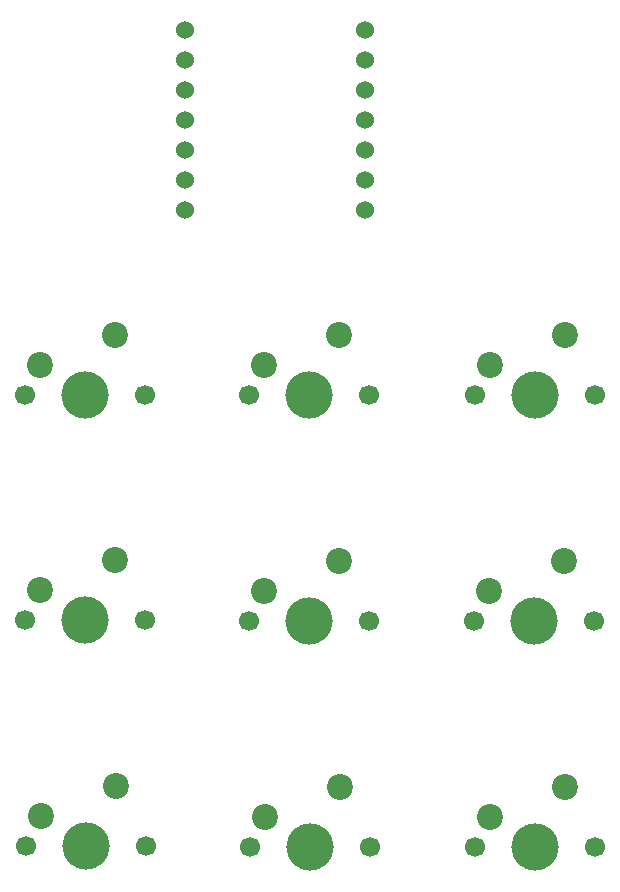
<source format=gbr>
%TF.GenerationSoftware,KiCad,Pcbnew,9.0.6*%
%TF.CreationDate,2025-12-19T09:04:58+05:30*%
%TF.ProjectId,HACKPAD,4841434b-5041-4442-9e6b-696361645f70,rev?*%
%TF.SameCoordinates,Original*%
%TF.FileFunction,Soldermask,Bot*%
%TF.FilePolarity,Negative*%
%FSLAX46Y46*%
G04 Gerber Fmt 4.6, Leading zero omitted, Abs format (unit mm)*
G04 Created by KiCad (PCBNEW 9.0.6) date 2025-12-19 09:04:58*
%MOMM*%
%LPD*%
G01*
G04 APERTURE LIST*
%ADD10C,1.700000*%
%ADD11C,4.000000*%
%ADD12C,2.200000*%
%ADD13C,1.524000*%
G04 APERTURE END LIST*
D10*
%TO.C,SW6*%
X163710000Y-104790000D03*
D11*
X168790000Y-104790000D03*
D10*
X173870000Y-104790000D03*
D12*
X171330000Y-99710000D03*
X164980000Y-102250000D03*
%TD*%
D10*
%TO.C,SW1*%
X125670000Y-85630000D03*
D11*
X130750000Y-85630000D03*
D10*
X135830000Y-85630000D03*
D12*
X133290000Y-80550000D03*
X126940000Y-83090000D03*
%TD*%
D13*
%TO.C,U1*%
X139260000Y-54788500D03*
X139260000Y-57328500D03*
X139260000Y-59868500D03*
X139260000Y-62408500D03*
X139260000Y-64948500D03*
X139260000Y-67488500D03*
X139260000Y-70028500D03*
X154500000Y-70028500D03*
X154500000Y-67488500D03*
X154500000Y-64948500D03*
X154500000Y-62408500D03*
X154500000Y-59868500D03*
X154500000Y-57328500D03*
X154500000Y-54788500D03*
%TD*%
D10*
%TO.C,SW7*%
X125730000Y-123890000D03*
D11*
X130810000Y-123890000D03*
D10*
X135890000Y-123890000D03*
D12*
X133350000Y-118810000D03*
X127000000Y-121350000D03*
%TD*%
D10*
%TO.C,SW3*%
X163770000Y-85630000D03*
D11*
X168850000Y-85630000D03*
D10*
X173930000Y-85630000D03*
D12*
X171390000Y-80550000D03*
X165040000Y-83090000D03*
%TD*%
D10*
%TO.C,SW9*%
X163780000Y-123950000D03*
D11*
X168860000Y-123950000D03*
D10*
X173940000Y-123950000D03*
D12*
X171400000Y-118870000D03*
X165050000Y-121410000D03*
%TD*%
D10*
%TO.C,SW5*%
X144680000Y-104790000D03*
D11*
X149760000Y-104790000D03*
D10*
X154840000Y-104790000D03*
D12*
X152300000Y-99710000D03*
X145950000Y-102250000D03*
%TD*%
D10*
%TO.C,SW4*%
X125710000Y-104760000D03*
D11*
X130790000Y-104760000D03*
D10*
X135870000Y-104760000D03*
D12*
X133330000Y-99680000D03*
X126980000Y-102220000D03*
%TD*%
D10*
%TO.C,SW2*%
X144660000Y-85630000D03*
D11*
X149740000Y-85630000D03*
D10*
X154820000Y-85630000D03*
D12*
X152280000Y-80550000D03*
X145930000Y-83090000D03*
%TD*%
D10*
%TO.C,SW8*%
X144700000Y-123950000D03*
D11*
X149780000Y-123950000D03*
D10*
X154860000Y-123950000D03*
D12*
X152320000Y-118870000D03*
X145970000Y-121410000D03*
%TD*%
M02*

</source>
